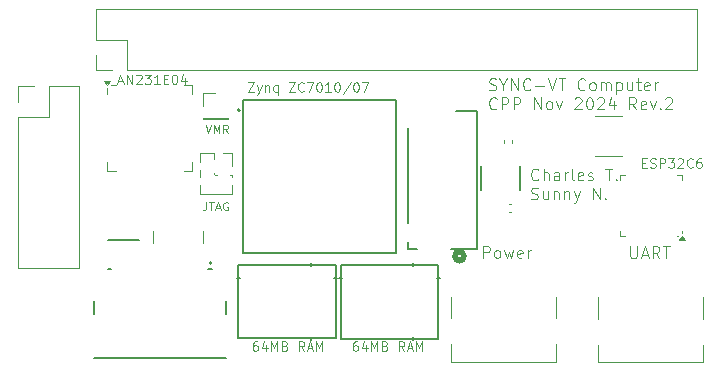
<source format=gbr>
%TF.GenerationSoftware,KiCad,Pcbnew,8.0.6*%
%TF.CreationDate,2024-11-20T09:34:48-08:00*%
%TF.ProjectId,SYNC-VT,53594e43-2d56-4542-9e6b-696361645f70,rev?*%
%TF.SameCoordinates,Original*%
%TF.FileFunction,Legend,Top*%
%TF.FilePolarity,Positive*%
%FSLAX46Y46*%
G04 Gerber Fmt 4.6, Leading zero omitted, Abs format (unit mm)*
G04 Created by KiCad (PCBNEW 8.0.6) date 2024-11-20 09:34:48*
%MOMM*%
%LPD*%
G01*
G04 APERTURE LIST*
%ADD10C,0.100000*%
%ADD11C,0.127000*%
%ADD12C,0.200000*%
%ADD13C,0.120000*%
%ADD14C,0.152400*%
%ADD15C,0.508000*%
G04 APERTURE END LIST*
D10*
X100192455Y-45099133D02*
X100425789Y-45799133D01*
X100425789Y-45799133D02*
X100659122Y-45099133D01*
X100892455Y-45799133D02*
X100892455Y-45099133D01*
X100892455Y-45099133D02*
X101125789Y-45599133D01*
X101125789Y-45599133D02*
X101359122Y-45099133D01*
X101359122Y-45099133D02*
X101359122Y-45799133D01*
X102092455Y-45799133D02*
X101859122Y-45465800D01*
X101692455Y-45799133D02*
X101692455Y-45099133D01*
X101692455Y-45099133D02*
X101959122Y-45099133D01*
X101959122Y-45099133D02*
X102025789Y-45132466D01*
X102025789Y-45132466D02*
X102059122Y-45165800D01*
X102059122Y-45165800D02*
X102092455Y-45232466D01*
X102092455Y-45232466D02*
X102092455Y-45332466D01*
X102092455Y-45332466D02*
X102059122Y-45399133D01*
X102059122Y-45399133D02*
X102025789Y-45432466D01*
X102025789Y-45432466D02*
X101959122Y-45465800D01*
X101959122Y-45465800D02*
X101692455Y-45465800D01*
X100222455Y-51649133D02*
X100222455Y-52149133D01*
X100222455Y-52149133D02*
X100189122Y-52249133D01*
X100189122Y-52249133D02*
X100122455Y-52315800D01*
X100122455Y-52315800D02*
X100022455Y-52349133D01*
X100022455Y-52349133D02*
X99955789Y-52349133D01*
X100455788Y-51649133D02*
X100855788Y-51649133D01*
X100655788Y-52349133D02*
X100655788Y-51649133D01*
X101055788Y-52149133D02*
X101389121Y-52149133D01*
X100989121Y-52349133D02*
X101222455Y-51649133D01*
X101222455Y-51649133D02*
X101455788Y-52349133D01*
X102055788Y-51682466D02*
X101989121Y-51649133D01*
X101989121Y-51649133D02*
X101889121Y-51649133D01*
X101889121Y-51649133D02*
X101789121Y-51682466D01*
X101789121Y-51682466D02*
X101722455Y-51749133D01*
X101722455Y-51749133D02*
X101689121Y-51815800D01*
X101689121Y-51815800D02*
X101655788Y-51949133D01*
X101655788Y-51949133D02*
X101655788Y-52049133D01*
X101655788Y-52049133D02*
X101689121Y-52182466D01*
X101689121Y-52182466D02*
X101722455Y-52249133D01*
X101722455Y-52249133D02*
X101789121Y-52315800D01*
X101789121Y-52315800D02*
X101889121Y-52349133D01*
X101889121Y-52349133D02*
X101955788Y-52349133D01*
X101955788Y-52349133D02*
X102055788Y-52315800D01*
X102055788Y-52315800D02*
X102089121Y-52282466D01*
X102089121Y-52282466D02*
X102089121Y-52049133D01*
X102089121Y-52049133D02*
X101955788Y-52049133D01*
X136133884Y-55392419D02*
X136133884Y-56201942D01*
X136133884Y-56201942D02*
X136181503Y-56297180D01*
X136181503Y-56297180D02*
X136229122Y-56344800D01*
X136229122Y-56344800D02*
X136324360Y-56392419D01*
X136324360Y-56392419D02*
X136514836Y-56392419D01*
X136514836Y-56392419D02*
X136610074Y-56344800D01*
X136610074Y-56344800D02*
X136657693Y-56297180D01*
X136657693Y-56297180D02*
X136705312Y-56201942D01*
X136705312Y-56201942D02*
X136705312Y-55392419D01*
X137133884Y-56106704D02*
X137610074Y-56106704D01*
X137038646Y-56392419D02*
X137371979Y-55392419D01*
X137371979Y-55392419D02*
X137705312Y-56392419D01*
X138610074Y-56392419D02*
X138276741Y-55916228D01*
X138038646Y-56392419D02*
X138038646Y-55392419D01*
X138038646Y-55392419D02*
X138419598Y-55392419D01*
X138419598Y-55392419D02*
X138514836Y-55440038D01*
X138514836Y-55440038D02*
X138562455Y-55487657D01*
X138562455Y-55487657D02*
X138610074Y-55582895D01*
X138610074Y-55582895D02*
X138610074Y-55725752D01*
X138610074Y-55725752D02*
X138562455Y-55820990D01*
X138562455Y-55820990D02*
X138514836Y-55868609D01*
X138514836Y-55868609D02*
X138419598Y-55916228D01*
X138419598Y-55916228D02*
X138038646Y-55916228D01*
X138895789Y-55392419D02*
X139467217Y-55392419D01*
X139181503Y-56392419D02*
X139181503Y-55392419D01*
X123673884Y-56372419D02*
X123673884Y-55372419D01*
X123673884Y-55372419D02*
X124054836Y-55372419D01*
X124054836Y-55372419D02*
X124150074Y-55420038D01*
X124150074Y-55420038D02*
X124197693Y-55467657D01*
X124197693Y-55467657D02*
X124245312Y-55562895D01*
X124245312Y-55562895D02*
X124245312Y-55705752D01*
X124245312Y-55705752D02*
X124197693Y-55800990D01*
X124197693Y-55800990D02*
X124150074Y-55848609D01*
X124150074Y-55848609D02*
X124054836Y-55896228D01*
X124054836Y-55896228D02*
X123673884Y-55896228D01*
X124816741Y-56372419D02*
X124721503Y-56324800D01*
X124721503Y-56324800D02*
X124673884Y-56277180D01*
X124673884Y-56277180D02*
X124626265Y-56181942D01*
X124626265Y-56181942D02*
X124626265Y-55896228D01*
X124626265Y-55896228D02*
X124673884Y-55800990D01*
X124673884Y-55800990D02*
X124721503Y-55753371D01*
X124721503Y-55753371D02*
X124816741Y-55705752D01*
X124816741Y-55705752D02*
X124959598Y-55705752D01*
X124959598Y-55705752D02*
X125054836Y-55753371D01*
X125054836Y-55753371D02*
X125102455Y-55800990D01*
X125102455Y-55800990D02*
X125150074Y-55896228D01*
X125150074Y-55896228D02*
X125150074Y-56181942D01*
X125150074Y-56181942D02*
X125102455Y-56277180D01*
X125102455Y-56277180D02*
X125054836Y-56324800D01*
X125054836Y-56324800D02*
X124959598Y-56372419D01*
X124959598Y-56372419D02*
X124816741Y-56372419D01*
X125483408Y-55705752D02*
X125673884Y-56372419D01*
X125673884Y-56372419D02*
X125864360Y-55896228D01*
X125864360Y-55896228D02*
X126054836Y-56372419D01*
X126054836Y-56372419D02*
X126245312Y-55705752D01*
X127007217Y-56324800D02*
X126911979Y-56372419D01*
X126911979Y-56372419D02*
X126721503Y-56372419D01*
X126721503Y-56372419D02*
X126626265Y-56324800D01*
X126626265Y-56324800D02*
X126578646Y-56229561D01*
X126578646Y-56229561D02*
X126578646Y-55848609D01*
X126578646Y-55848609D02*
X126626265Y-55753371D01*
X126626265Y-55753371D02*
X126721503Y-55705752D01*
X126721503Y-55705752D02*
X126911979Y-55705752D01*
X126911979Y-55705752D02*
X127007217Y-55753371D01*
X127007217Y-55753371D02*
X127054836Y-55848609D01*
X127054836Y-55848609D02*
X127054836Y-55943847D01*
X127054836Y-55943847D02*
X126578646Y-56039085D01*
X127483408Y-56372419D02*
X127483408Y-55705752D01*
X127483408Y-55896228D02*
X127531027Y-55800990D01*
X127531027Y-55800990D02*
X127578646Y-55753371D01*
X127578646Y-55753371D02*
X127673884Y-55705752D01*
X127673884Y-55705752D02*
X127769122Y-55705752D01*
X128365312Y-49707236D02*
X128317693Y-49754856D01*
X128317693Y-49754856D02*
X128174836Y-49802475D01*
X128174836Y-49802475D02*
X128079598Y-49802475D01*
X128079598Y-49802475D02*
X127936741Y-49754856D01*
X127936741Y-49754856D02*
X127841503Y-49659617D01*
X127841503Y-49659617D02*
X127793884Y-49564379D01*
X127793884Y-49564379D02*
X127746265Y-49373903D01*
X127746265Y-49373903D02*
X127746265Y-49231046D01*
X127746265Y-49231046D02*
X127793884Y-49040570D01*
X127793884Y-49040570D02*
X127841503Y-48945332D01*
X127841503Y-48945332D02*
X127936741Y-48850094D01*
X127936741Y-48850094D02*
X128079598Y-48802475D01*
X128079598Y-48802475D02*
X128174836Y-48802475D01*
X128174836Y-48802475D02*
X128317693Y-48850094D01*
X128317693Y-48850094D02*
X128365312Y-48897713D01*
X128793884Y-49802475D02*
X128793884Y-48802475D01*
X129222455Y-49802475D02*
X129222455Y-49278665D01*
X129222455Y-49278665D02*
X129174836Y-49183427D01*
X129174836Y-49183427D02*
X129079598Y-49135808D01*
X129079598Y-49135808D02*
X128936741Y-49135808D01*
X128936741Y-49135808D02*
X128841503Y-49183427D01*
X128841503Y-49183427D02*
X128793884Y-49231046D01*
X130127217Y-49802475D02*
X130127217Y-49278665D01*
X130127217Y-49278665D02*
X130079598Y-49183427D01*
X130079598Y-49183427D02*
X129984360Y-49135808D01*
X129984360Y-49135808D02*
X129793884Y-49135808D01*
X129793884Y-49135808D02*
X129698646Y-49183427D01*
X130127217Y-49754856D02*
X130031979Y-49802475D01*
X130031979Y-49802475D02*
X129793884Y-49802475D01*
X129793884Y-49802475D02*
X129698646Y-49754856D01*
X129698646Y-49754856D02*
X129651027Y-49659617D01*
X129651027Y-49659617D02*
X129651027Y-49564379D01*
X129651027Y-49564379D02*
X129698646Y-49469141D01*
X129698646Y-49469141D02*
X129793884Y-49421522D01*
X129793884Y-49421522D02*
X130031979Y-49421522D01*
X130031979Y-49421522D02*
X130127217Y-49373903D01*
X130603408Y-49802475D02*
X130603408Y-49135808D01*
X130603408Y-49326284D02*
X130651027Y-49231046D01*
X130651027Y-49231046D02*
X130698646Y-49183427D01*
X130698646Y-49183427D02*
X130793884Y-49135808D01*
X130793884Y-49135808D02*
X130889122Y-49135808D01*
X131365313Y-49802475D02*
X131270075Y-49754856D01*
X131270075Y-49754856D02*
X131222456Y-49659617D01*
X131222456Y-49659617D02*
X131222456Y-48802475D01*
X132127218Y-49754856D02*
X132031980Y-49802475D01*
X132031980Y-49802475D02*
X131841504Y-49802475D01*
X131841504Y-49802475D02*
X131746266Y-49754856D01*
X131746266Y-49754856D02*
X131698647Y-49659617D01*
X131698647Y-49659617D02*
X131698647Y-49278665D01*
X131698647Y-49278665D02*
X131746266Y-49183427D01*
X131746266Y-49183427D02*
X131841504Y-49135808D01*
X131841504Y-49135808D02*
X132031980Y-49135808D01*
X132031980Y-49135808D02*
X132127218Y-49183427D01*
X132127218Y-49183427D02*
X132174837Y-49278665D01*
X132174837Y-49278665D02*
X132174837Y-49373903D01*
X132174837Y-49373903D02*
X131698647Y-49469141D01*
X132555790Y-49754856D02*
X132651028Y-49802475D01*
X132651028Y-49802475D02*
X132841504Y-49802475D01*
X132841504Y-49802475D02*
X132936742Y-49754856D01*
X132936742Y-49754856D02*
X132984361Y-49659617D01*
X132984361Y-49659617D02*
X132984361Y-49611998D01*
X132984361Y-49611998D02*
X132936742Y-49516760D01*
X132936742Y-49516760D02*
X132841504Y-49469141D01*
X132841504Y-49469141D02*
X132698647Y-49469141D01*
X132698647Y-49469141D02*
X132603409Y-49421522D01*
X132603409Y-49421522D02*
X132555790Y-49326284D01*
X132555790Y-49326284D02*
X132555790Y-49278665D01*
X132555790Y-49278665D02*
X132603409Y-49183427D01*
X132603409Y-49183427D02*
X132698647Y-49135808D01*
X132698647Y-49135808D02*
X132841504Y-49135808D01*
X132841504Y-49135808D02*
X132936742Y-49183427D01*
X134031981Y-48802475D02*
X134603409Y-48802475D01*
X134317695Y-49802475D02*
X134317695Y-48802475D01*
X134936743Y-49707236D02*
X134984362Y-49754856D01*
X134984362Y-49754856D02*
X134936743Y-49802475D01*
X134936743Y-49802475D02*
X134889124Y-49754856D01*
X134889124Y-49754856D02*
X134936743Y-49707236D01*
X134936743Y-49707236D02*
X134936743Y-49802475D01*
X127746265Y-51364800D02*
X127889122Y-51412419D01*
X127889122Y-51412419D02*
X128127217Y-51412419D01*
X128127217Y-51412419D02*
X128222455Y-51364800D01*
X128222455Y-51364800D02*
X128270074Y-51317180D01*
X128270074Y-51317180D02*
X128317693Y-51221942D01*
X128317693Y-51221942D02*
X128317693Y-51126704D01*
X128317693Y-51126704D02*
X128270074Y-51031466D01*
X128270074Y-51031466D02*
X128222455Y-50983847D01*
X128222455Y-50983847D02*
X128127217Y-50936228D01*
X128127217Y-50936228D02*
X127936741Y-50888609D01*
X127936741Y-50888609D02*
X127841503Y-50840990D01*
X127841503Y-50840990D02*
X127793884Y-50793371D01*
X127793884Y-50793371D02*
X127746265Y-50698133D01*
X127746265Y-50698133D02*
X127746265Y-50602895D01*
X127746265Y-50602895D02*
X127793884Y-50507657D01*
X127793884Y-50507657D02*
X127841503Y-50460038D01*
X127841503Y-50460038D02*
X127936741Y-50412419D01*
X127936741Y-50412419D02*
X128174836Y-50412419D01*
X128174836Y-50412419D02*
X128317693Y-50460038D01*
X129174836Y-50745752D02*
X129174836Y-51412419D01*
X128746265Y-50745752D02*
X128746265Y-51269561D01*
X128746265Y-51269561D02*
X128793884Y-51364800D01*
X128793884Y-51364800D02*
X128889122Y-51412419D01*
X128889122Y-51412419D02*
X129031979Y-51412419D01*
X129031979Y-51412419D02*
X129127217Y-51364800D01*
X129127217Y-51364800D02*
X129174836Y-51317180D01*
X129651027Y-50745752D02*
X129651027Y-51412419D01*
X129651027Y-50840990D02*
X129698646Y-50793371D01*
X129698646Y-50793371D02*
X129793884Y-50745752D01*
X129793884Y-50745752D02*
X129936741Y-50745752D01*
X129936741Y-50745752D02*
X130031979Y-50793371D01*
X130031979Y-50793371D02*
X130079598Y-50888609D01*
X130079598Y-50888609D02*
X130079598Y-51412419D01*
X130555789Y-50745752D02*
X130555789Y-51412419D01*
X130555789Y-50840990D02*
X130603408Y-50793371D01*
X130603408Y-50793371D02*
X130698646Y-50745752D01*
X130698646Y-50745752D02*
X130841503Y-50745752D01*
X130841503Y-50745752D02*
X130936741Y-50793371D01*
X130936741Y-50793371D02*
X130984360Y-50888609D01*
X130984360Y-50888609D02*
X130984360Y-51412419D01*
X131365313Y-50745752D02*
X131603408Y-51412419D01*
X131841503Y-50745752D02*
X131603408Y-51412419D01*
X131603408Y-51412419D02*
X131508170Y-51650514D01*
X131508170Y-51650514D02*
X131460551Y-51698133D01*
X131460551Y-51698133D02*
X131365313Y-51745752D01*
X132984361Y-51412419D02*
X132984361Y-50412419D01*
X132984361Y-50412419D02*
X133555789Y-51412419D01*
X133555789Y-51412419D02*
X133555789Y-50412419D01*
X134031980Y-51317180D02*
X134079599Y-51364800D01*
X134079599Y-51364800D02*
X134031980Y-51412419D01*
X134031980Y-51412419D02*
X133984361Y-51364800D01*
X133984361Y-51364800D02*
X134031980Y-51317180D01*
X134031980Y-51317180D02*
X134031980Y-51412419D01*
X124206265Y-42124856D02*
X124349122Y-42172475D01*
X124349122Y-42172475D02*
X124587217Y-42172475D01*
X124587217Y-42172475D02*
X124682455Y-42124856D01*
X124682455Y-42124856D02*
X124730074Y-42077236D01*
X124730074Y-42077236D02*
X124777693Y-41981998D01*
X124777693Y-41981998D02*
X124777693Y-41886760D01*
X124777693Y-41886760D02*
X124730074Y-41791522D01*
X124730074Y-41791522D02*
X124682455Y-41743903D01*
X124682455Y-41743903D02*
X124587217Y-41696284D01*
X124587217Y-41696284D02*
X124396741Y-41648665D01*
X124396741Y-41648665D02*
X124301503Y-41601046D01*
X124301503Y-41601046D02*
X124253884Y-41553427D01*
X124253884Y-41553427D02*
X124206265Y-41458189D01*
X124206265Y-41458189D02*
X124206265Y-41362951D01*
X124206265Y-41362951D02*
X124253884Y-41267713D01*
X124253884Y-41267713D02*
X124301503Y-41220094D01*
X124301503Y-41220094D02*
X124396741Y-41172475D01*
X124396741Y-41172475D02*
X124634836Y-41172475D01*
X124634836Y-41172475D02*
X124777693Y-41220094D01*
X125396741Y-41696284D02*
X125396741Y-42172475D01*
X125063408Y-41172475D02*
X125396741Y-41696284D01*
X125396741Y-41696284D02*
X125730074Y-41172475D01*
X126063408Y-42172475D02*
X126063408Y-41172475D01*
X126063408Y-41172475D02*
X126634836Y-42172475D01*
X126634836Y-42172475D02*
X126634836Y-41172475D01*
X127682455Y-42077236D02*
X127634836Y-42124856D01*
X127634836Y-42124856D02*
X127491979Y-42172475D01*
X127491979Y-42172475D02*
X127396741Y-42172475D01*
X127396741Y-42172475D02*
X127253884Y-42124856D01*
X127253884Y-42124856D02*
X127158646Y-42029617D01*
X127158646Y-42029617D02*
X127111027Y-41934379D01*
X127111027Y-41934379D02*
X127063408Y-41743903D01*
X127063408Y-41743903D02*
X127063408Y-41601046D01*
X127063408Y-41601046D02*
X127111027Y-41410570D01*
X127111027Y-41410570D02*
X127158646Y-41315332D01*
X127158646Y-41315332D02*
X127253884Y-41220094D01*
X127253884Y-41220094D02*
X127396741Y-41172475D01*
X127396741Y-41172475D02*
X127491979Y-41172475D01*
X127491979Y-41172475D02*
X127634836Y-41220094D01*
X127634836Y-41220094D02*
X127682455Y-41267713D01*
X128111027Y-41791522D02*
X128872932Y-41791522D01*
X129206265Y-41172475D02*
X129539598Y-42172475D01*
X129539598Y-42172475D02*
X129872931Y-41172475D01*
X130063408Y-41172475D02*
X130634836Y-41172475D01*
X130349122Y-42172475D02*
X130349122Y-41172475D01*
X132301503Y-42077236D02*
X132253884Y-42124856D01*
X132253884Y-42124856D02*
X132111027Y-42172475D01*
X132111027Y-42172475D02*
X132015789Y-42172475D01*
X132015789Y-42172475D02*
X131872932Y-42124856D01*
X131872932Y-42124856D02*
X131777694Y-42029617D01*
X131777694Y-42029617D02*
X131730075Y-41934379D01*
X131730075Y-41934379D02*
X131682456Y-41743903D01*
X131682456Y-41743903D02*
X131682456Y-41601046D01*
X131682456Y-41601046D02*
X131730075Y-41410570D01*
X131730075Y-41410570D02*
X131777694Y-41315332D01*
X131777694Y-41315332D02*
X131872932Y-41220094D01*
X131872932Y-41220094D02*
X132015789Y-41172475D01*
X132015789Y-41172475D02*
X132111027Y-41172475D01*
X132111027Y-41172475D02*
X132253884Y-41220094D01*
X132253884Y-41220094D02*
X132301503Y-41267713D01*
X132872932Y-42172475D02*
X132777694Y-42124856D01*
X132777694Y-42124856D02*
X132730075Y-42077236D01*
X132730075Y-42077236D02*
X132682456Y-41981998D01*
X132682456Y-41981998D02*
X132682456Y-41696284D01*
X132682456Y-41696284D02*
X132730075Y-41601046D01*
X132730075Y-41601046D02*
X132777694Y-41553427D01*
X132777694Y-41553427D02*
X132872932Y-41505808D01*
X132872932Y-41505808D02*
X133015789Y-41505808D01*
X133015789Y-41505808D02*
X133111027Y-41553427D01*
X133111027Y-41553427D02*
X133158646Y-41601046D01*
X133158646Y-41601046D02*
X133206265Y-41696284D01*
X133206265Y-41696284D02*
X133206265Y-41981998D01*
X133206265Y-41981998D02*
X133158646Y-42077236D01*
X133158646Y-42077236D02*
X133111027Y-42124856D01*
X133111027Y-42124856D02*
X133015789Y-42172475D01*
X133015789Y-42172475D02*
X132872932Y-42172475D01*
X133634837Y-42172475D02*
X133634837Y-41505808D01*
X133634837Y-41601046D02*
X133682456Y-41553427D01*
X133682456Y-41553427D02*
X133777694Y-41505808D01*
X133777694Y-41505808D02*
X133920551Y-41505808D01*
X133920551Y-41505808D02*
X134015789Y-41553427D01*
X134015789Y-41553427D02*
X134063408Y-41648665D01*
X134063408Y-41648665D02*
X134063408Y-42172475D01*
X134063408Y-41648665D02*
X134111027Y-41553427D01*
X134111027Y-41553427D02*
X134206265Y-41505808D01*
X134206265Y-41505808D02*
X134349122Y-41505808D01*
X134349122Y-41505808D02*
X134444361Y-41553427D01*
X134444361Y-41553427D02*
X134491980Y-41648665D01*
X134491980Y-41648665D02*
X134491980Y-42172475D01*
X134968170Y-41505808D02*
X134968170Y-42505808D01*
X134968170Y-41553427D02*
X135063408Y-41505808D01*
X135063408Y-41505808D02*
X135253884Y-41505808D01*
X135253884Y-41505808D02*
X135349122Y-41553427D01*
X135349122Y-41553427D02*
X135396741Y-41601046D01*
X135396741Y-41601046D02*
X135444360Y-41696284D01*
X135444360Y-41696284D02*
X135444360Y-41981998D01*
X135444360Y-41981998D02*
X135396741Y-42077236D01*
X135396741Y-42077236D02*
X135349122Y-42124856D01*
X135349122Y-42124856D02*
X135253884Y-42172475D01*
X135253884Y-42172475D02*
X135063408Y-42172475D01*
X135063408Y-42172475D02*
X134968170Y-42124856D01*
X136301503Y-41505808D02*
X136301503Y-42172475D01*
X135872932Y-41505808D02*
X135872932Y-42029617D01*
X135872932Y-42029617D02*
X135920551Y-42124856D01*
X135920551Y-42124856D02*
X136015789Y-42172475D01*
X136015789Y-42172475D02*
X136158646Y-42172475D01*
X136158646Y-42172475D02*
X136253884Y-42124856D01*
X136253884Y-42124856D02*
X136301503Y-42077236D01*
X136634837Y-41505808D02*
X137015789Y-41505808D01*
X136777694Y-41172475D02*
X136777694Y-42029617D01*
X136777694Y-42029617D02*
X136825313Y-42124856D01*
X136825313Y-42124856D02*
X136920551Y-42172475D01*
X136920551Y-42172475D02*
X137015789Y-42172475D01*
X137730075Y-42124856D02*
X137634837Y-42172475D01*
X137634837Y-42172475D02*
X137444361Y-42172475D01*
X137444361Y-42172475D02*
X137349123Y-42124856D01*
X137349123Y-42124856D02*
X137301504Y-42029617D01*
X137301504Y-42029617D02*
X137301504Y-41648665D01*
X137301504Y-41648665D02*
X137349123Y-41553427D01*
X137349123Y-41553427D02*
X137444361Y-41505808D01*
X137444361Y-41505808D02*
X137634837Y-41505808D01*
X137634837Y-41505808D02*
X137730075Y-41553427D01*
X137730075Y-41553427D02*
X137777694Y-41648665D01*
X137777694Y-41648665D02*
X137777694Y-41743903D01*
X137777694Y-41743903D02*
X137301504Y-41839141D01*
X138206266Y-42172475D02*
X138206266Y-41505808D01*
X138206266Y-41696284D02*
X138253885Y-41601046D01*
X138253885Y-41601046D02*
X138301504Y-41553427D01*
X138301504Y-41553427D02*
X138396742Y-41505808D01*
X138396742Y-41505808D02*
X138491980Y-41505808D01*
X124825312Y-43687180D02*
X124777693Y-43734800D01*
X124777693Y-43734800D02*
X124634836Y-43782419D01*
X124634836Y-43782419D02*
X124539598Y-43782419D01*
X124539598Y-43782419D02*
X124396741Y-43734800D01*
X124396741Y-43734800D02*
X124301503Y-43639561D01*
X124301503Y-43639561D02*
X124253884Y-43544323D01*
X124253884Y-43544323D02*
X124206265Y-43353847D01*
X124206265Y-43353847D02*
X124206265Y-43210990D01*
X124206265Y-43210990D02*
X124253884Y-43020514D01*
X124253884Y-43020514D02*
X124301503Y-42925276D01*
X124301503Y-42925276D02*
X124396741Y-42830038D01*
X124396741Y-42830038D02*
X124539598Y-42782419D01*
X124539598Y-42782419D02*
X124634836Y-42782419D01*
X124634836Y-42782419D02*
X124777693Y-42830038D01*
X124777693Y-42830038D02*
X124825312Y-42877657D01*
X125253884Y-43782419D02*
X125253884Y-42782419D01*
X125253884Y-42782419D02*
X125634836Y-42782419D01*
X125634836Y-42782419D02*
X125730074Y-42830038D01*
X125730074Y-42830038D02*
X125777693Y-42877657D01*
X125777693Y-42877657D02*
X125825312Y-42972895D01*
X125825312Y-42972895D02*
X125825312Y-43115752D01*
X125825312Y-43115752D02*
X125777693Y-43210990D01*
X125777693Y-43210990D02*
X125730074Y-43258609D01*
X125730074Y-43258609D02*
X125634836Y-43306228D01*
X125634836Y-43306228D02*
X125253884Y-43306228D01*
X126253884Y-43782419D02*
X126253884Y-42782419D01*
X126253884Y-42782419D02*
X126634836Y-42782419D01*
X126634836Y-42782419D02*
X126730074Y-42830038D01*
X126730074Y-42830038D02*
X126777693Y-42877657D01*
X126777693Y-42877657D02*
X126825312Y-42972895D01*
X126825312Y-42972895D02*
X126825312Y-43115752D01*
X126825312Y-43115752D02*
X126777693Y-43210990D01*
X126777693Y-43210990D02*
X126730074Y-43258609D01*
X126730074Y-43258609D02*
X126634836Y-43306228D01*
X126634836Y-43306228D02*
X126253884Y-43306228D01*
X128015789Y-43782419D02*
X128015789Y-42782419D01*
X128015789Y-42782419D02*
X128587217Y-43782419D01*
X128587217Y-43782419D02*
X128587217Y-42782419D01*
X129206265Y-43782419D02*
X129111027Y-43734800D01*
X129111027Y-43734800D02*
X129063408Y-43687180D01*
X129063408Y-43687180D02*
X129015789Y-43591942D01*
X129015789Y-43591942D02*
X129015789Y-43306228D01*
X129015789Y-43306228D02*
X129063408Y-43210990D01*
X129063408Y-43210990D02*
X129111027Y-43163371D01*
X129111027Y-43163371D02*
X129206265Y-43115752D01*
X129206265Y-43115752D02*
X129349122Y-43115752D01*
X129349122Y-43115752D02*
X129444360Y-43163371D01*
X129444360Y-43163371D02*
X129491979Y-43210990D01*
X129491979Y-43210990D02*
X129539598Y-43306228D01*
X129539598Y-43306228D02*
X129539598Y-43591942D01*
X129539598Y-43591942D02*
X129491979Y-43687180D01*
X129491979Y-43687180D02*
X129444360Y-43734800D01*
X129444360Y-43734800D02*
X129349122Y-43782419D01*
X129349122Y-43782419D02*
X129206265Y-43782419D01*
X129872932Y-43115752D02*
X130111027Y-43782419D01*
X130111027Y-43782419D02*
X130349122Y-43115752D01*
X131444361Y-42877657D02*
X131491980Y-42830038D01*
X131491980Y-42830038D02*
X131587218Y-42782419D01*
X131587218Y-42782419D02*
X131825313Y-42782419D01*
X131825313Y-42782419D02*
X131920551Y-42830038D01*
X131920551Y-42830038D02*
X131968170Y-42877657D01*
X131968170Y-42877657D02*
X132015789Y-42972895D01*
X132015789Y-42972895D02*
X132015789Y-43068133D01*
X132015789Y-43068133D02*
X131968170Y-43210990D01*
X131968170Y-43210990D02*
X131396742Y-43782419D01*
X131396742Y-43782419D02*
X132015789Y-43782419D01*
X132634837Y-42782419D02*
X132730075Y-42782419D01*
X132730075Y-42782419D02*
X132825313Y-42830038D01*
X132825313Y-42830038D02*
X132872932Y-42877657D01*
X132872932Y-42877657D02*
X132920551Y-42972895D01*
X132920551Y-42972895D02*
X132968170Y-43163371D01*
X132968170Y-43163371D02*
X132968170Y-43401466D01*
X132968170Y-43401466D02*
X132920551Y-43591942D01*
X132920551Y-43591942D02*
X132872932Y-43687180D01*
X132872932Y-43687180D02*
X132825313Y-43734800D01*
X132825313Y-43734800D02*
X132730075Y-43782419D01*
X132730075Y-43782419D02*
X132634837Y-43782419D01*
X132634837Y-43782419D02*
X132539599Y-43734800D01*
X132539599Y-43734800D02*
X132491980Y-43687180D01*
X132491980Y-43687180D02*
X132444361Y-43591942D01*
X132444361Y-43591942D02*
X132396742Y-43401466D01*
X132396742Y-43401466D02*
X132396742Y-43163371D01*
X132396742Y-43163371D02*
X132444361Y-42972895D01*
X132444361Y-42972895D02*
X132491980Y-42877657D01*
X132491980Y-42877657D02*
X132539599Y-42830038D01*
X132539599Y-42830038D02*
X132634837Y-42782419D01*
X133349123Y-42877657D02*
X133396742Y-42830038D01*
X133396742Y-42830038D02*
X133491980Y-42782419D01*
X133491980Y-42782419D02*
X133730075Y-42782419D01*
X133730075Y-42782419D02*
X133825313Y-42830038D01*
X133825313Y-42830038D02*
X133872932Y-42877657D01*
X133872932Y-42877657D02*
X133920551Y-42972895D01*
X133920551Y-42972895D02*
X133920551Y-43068133D01*
X133920551Y-43068133D02*
X133872932Y-43210990D01*
X133872932Y-43210990D02*
X133301504Y-43782419D01*
X133301504Y-43782419D02*
X133920551Y-43782419D01*
X134777694Y-43115752D02*
X134777694Y-43782419D01*
X134539599Y-42734800D02*
X134301504Y-43449085D01*
X134301504Y-43449085D02*
X134920551Y-43449085D01*
X136634837Y-43782419D02*
X136301504Y-43306228D01*
X136063409Y-43782419D02*
X136063409Y-42782419D01*
X136063409Y-42782419D02*
X136444361Y-42782419D01*
X136444361Y-42782419D02*
X136539599Y-42830038D01*
X136539599Y-42830038D02*
X136587218Y-42877657D01*
X136587218Y-42877657D02*
X136634837Y-42972895D01*
X136634837Y-42972895D02*
X136634837Y-43115752D01*
X136634837Y-43115752D02*
X136587218Y-43210990D01*
X136587218Y-43210990D02*
X136539599Y-43258609D01*
X136539599Y-43258609D02*
X136444361Y-43306228D01*
X136444361Y-43306228D02*
X136063409Y-43306228D01*
X137444361Y-43734800D02*
X137349123Y-43782419D01*
X137349123Y-43782419D02*
X137158647Y-43782419D01*
X137158647Y-43782419D02*
X137063409Y-43734800D01*
X137063409Y-43734800D02*
X137015790Y-43639561D01*
X137015790Y-43639561D02*
X137015790Y-43258609D01*
X137015790Y-43258609D02*
X137063409Y-43163371D01*
X137063409Y-43163371D02*
X137158647Y-43115752D01*
X137158647Y-43115752D02*
X137349123Y-43115752D01*
X137349123Y-43115752D02*
X137444361Y-43163371D01*
X137444361Y-43163371D02*
X137491980Y-43258609D01*
X137491980Y-43258609D02*
X137491980Y-43353847D01*
X137491980Y-43353847D02*
X137015790Y-43449085D01*
X137825314Y-43115752D02*
X138063409Y-43782419D01*
X138063409Y-43782419D02*
X138301504Y-43115752D01*
X138682457Y-43687180D02*
X138730076Y-43734800D01*
X138730076Y-43734800D02*
X138682457Y-43782419D01*
X138682457Y-43782419D02*
X138634838Y-43734800D01*
X138634838Y-43734800D02*
X138682457Y-43687180D01*
X138682457Y-43687180D02*
X138682457Y-43782419D01*
X139111028Y-42877657D02*
X139158647Y-42830038D01*
X139158647Y-42830038D02*
X139253885Y-42782419D01*
X139253885Y-42782419D02*
X139491980Y-42782419D01*
X139491980Y-42782419D02*
X139587218Y-42830038D01*
X139587218Y-42830038D02*
X139634837Y-42877657D01*
X139634837Y-42877657D02*
X139682456Y-42972895D01*
X139682456Y-42972895D02*
X139682456Y-43068133D01*
X139682456Y-43068133D02*
X139634837Y-43210990D01*
X139634837Y-43210990D02*
X139063409Y-43782419D01*
X139063409Y-43782419D02*
X139682456Y-43782419D01*
X113019122Y-63446895D02*
X112866741Y-63446895D01*
X112866741Y-63446895D02*
X112790550Y-63484990D01*
X112790550Y-63484990D02*
X112752455Y-63523085D01*
X112752455Y-63523085D02*
X112676265Y-63637371D01*
X112676265Y-63637371D02*
X112638169Y-63789752D01*
X112638169Y-63789752D02*
X112638169Y-64094514D01*
X112638169Y-64094514D02*
X112676265Y-64170704D01*
X112676265Y-64170704D02*
X112714360Y-64208800D01*
X112714360Y-64208800D02*
X112790550Y-64246895D01*
X112790550Y-64246895D02*
X112942931Y-64246895D01*
X112942931Y-64246895D02*
X113019122Y-64208800D01*
X113019122Y-64208800D02*
X113057217Y-64170704D01*
X113057217Y-64170704D02*
X113095312Y-64094514D01*
X113095312Y-64094514D02*
X113095312Y-63904038D01*
X113095312Y-63904038D02*
X113057217Y-63827847D01*
X113057217Y-63827847D02*
X113019122Y-63789752D01*
X113019122Y-63789752D02*
X112942931Y-63751657D01*
X112942931Y-63751657D02*
X112790550Y-63751657D01*
X112790550Y-63751657D02*
X112714360Y-63789752D01*
X112714360Y-63789752D02*
X112676265Y-63827847D01*
X112676265Y-63827847D02*
X112638169Y-63904038D01*
X113781027Y-63713561D02*
X113781027Y-64246895D01*
X113590551Y-63408800D02*
X113400074Y-63980228D01*
X113400074Y-63980228D02*
X113895313Y-63980228D01*
X114200075Y-64246895D02*
X114200075Y-63446895D01*
X114200075Y-63446895D02*
X114466741Y-64018323D01*
X114466741Y-64018323D02*
X114733408Y-63446895D01*
X114733408Y-63446895D02*
X114733408Y-64246895D01*
X115381027Y-63827847D02*
X115495313Y-63865942D01*
X115495313Y-63865942D02*
X115533408Y-63904038D01*
X115533408Y-63904038D02*
X115571504Y-63980228D01*
X115571504Y-63980228D02*
X115571504Y-64094514D01*
X115571504Y-64094514D02*
X115533408Y-64170704D01*
X115533408Y-64170704D02*
X115495313Y-64208800D01*
X115495313Y-64208800D02*
X115419123Y-64246895D01*
X115419123Y-64246895D02*
X115114361Y-64246895D01*
X115114361Y-64246895D02*
X115114361Y-63446895D01*
X115114361Y-63446895D02*
X115381027Y-63446895D01*
X115381027Y-63446895D02*
X115457218Y-63484990D01*
X115457218Y-63484990D02*
X115495313Y-63523085D01*
X115495313Y-63523085D02*
X115533408Y-63599276D01*
X115533408Y-63599276D02*
X115533408Y-63675466D01*
X115533408Y-63675466D02*
X115495313Y-63751657D01*
X115495313Y-63751657D02*
X115457218Y-63789752D01*
X115457218Y-63789752D02*
X115381027Y-63827847D01*
X115381027Y-63827847D02*
X115114361Y-63827847D01*
X116981028Y-64246895D02*
X116714361Y-63865942D01*
X116523885Y-64246895D02*
X116523885Y-63446895D01*
X116523885Y-63446895D02*
X116828647Y-63446895D01*
X116828647Y-63446895D02*
X116904837Y-63484990D01*
X116904837Y-63484990D02*
X116942932Y-63523085D01*
X116942932Y-63523085D02*
X116981028Y-63599276D01*
X116981028Y-63599276D02*
X116981028Y-63713561D01*
X116981028Y-63713561D02*
X116942932Y-63789752D01*
X116942932Y-63789752D02*
X116904837Y-63827847D01*
X116904837Y-63827847D02*
X116828647Y-63865942D01*
X116828647Y-63865942D02*
X116523885Y-63865942D01*
X117285789Y-64018323D02*
X117666742Y-64018323D01*
X117209599Y-64246895D02*
X117476266Y-63446895D01*
X117476266Y-63446895D02*
X117742932Y-64246895D01*
X118009599Y-64246895D02*
X118009599Y-63446895D01*
X118009599Y-63446895D02*
X118276265Y-64018323D01*
X118276265Y-64018323D02*
X118542932Y-63446895D01*
X118542932Y-63446895D02*
X118542932Y-64246895D01*
X104549122Y-63446895D02*
X104396741Y-63446895D01*
X104396741Y-63446895D02*
X104320550Y-63484990D01*
X104320550Y-63484990D02*
X104282455Y-63523085D01*
X104282455Y-63523085D02*
X104206265Y-63637371D01*
X104206265Y-63637371D02*
X104168169Y-63789752D01*
X104168169Y-63789752D02*
X104168169Y-64094514D01*
X104168169Y-64094514D02*
X104206265Y-64170704D01*
X104206265Y-64170704D02*
X104244360Y-64208800D01*
X104244360Y-64208800D02*
X104320550Y-64246895D01*
X104320550Y-64246895D02*
X104472931Y-64246895D01*
X104472931Y-64246895D02*
X104549122Y-64208800D01*
X104549122Y-64208800D02*
X104587217Y-64170704D01*
X104587217Y-64170704D02*
X104625312Y-64094514D01*
X104625312Y-64094514D02*
X104625312Y-63904038D01*
X104625312Y-63904038D02*
X104587217Y-63827847D01*
X104587217Y-63827847D02*
X104549122Y-63789752D01*
X104549122Y-63789752D02*
X104472931Y-63751657D01*
X104472931Y-63751657D02*
X104320550Y-63751657D01*
X104320550Y-63751657D02*
X104244360Y-63789752D01*
X104244360Y-63789752D02*
X104206265Y-63827847D01*
X104206265Y-63827847D02*
X104168169Y-63904038D01*
X105311027Y-63713561D02*
X105311027Y-64246895D01*
X105120551Y-63408800D02*
X104930074Y-63980228D01*
X104930074Y-63980228D02*
X105425313Y-63980228D01*
X105730075Y-64246895D02*
X105730075Y-63446895D01*
X105730075Y-63446895D02*
X105996741Y-64018323D01*
X105996741Y-64018323D02*
X106263408Y-63446895D01*
X106263408Y-63446895D02*
X106263408Y-64246895D01*
X106911027Y-63827847D02*
X107025313Y-63865942D01*
X107025313Y-63865942D02*
X107063408Y-63904038D01*
X107063408Y-63904038D02*
X107101504Y-63980228D01*
X107101504Y-63980228D02*
X107101504Y-64094514D01*
X107101504Y-64094514D02*
X107063408Y-64170704D01*
X107063408Y-64170704D02*
X107025313Y-64208800D01*
X107025313Y-64208800D02*
X106949123Y-64246895D01*
X106949123Y-64246895D02*
X106644361Y-64246895D01*
X106644361Y-64246895D02*
X106644361Y-63446895D01*
X106644361Y-63446895D02*
X106911027Y-63446895D01*
X106911027Y-63446895D02*
X106987218Y-63484990D01*
X106987218Y-63484990D02*
X107025313Y-63523085D01*
X107025313Y-63523085D02*
X107063408Y-63599276D01*
X107063408Y-63599276D02*
X107063408Y-63675466D01*
X107063408Y-63675466D02*
X107025313Y-63751657D01*
X107025313Y-63751657D02*
X106987218Y-63789752D01*
X106987218Y-63789752D02*
X106911027Y-63827847D01*
X106911027Y-63827847D02*
X106644361Y-63827847D01*
X108511028Y-64246895D02*
X108244361Y-63865942D01*
X108053885Y-64246895D02*
X108053885Y-63446895D01*
X108053885Y-63446895D02*
X108358647Y-63446895D01*
X108358647Y-63446895D02*
X108434837Y-63484990D01*
X108434837Y-63484990D02*
X108472932Y-63523085D01*
X108472932Y-63523085D02*
X108511028Y-63599276D01*
X108511028Y-63599276D02*
X108511028Y-63713561D01*
X108511028Y-63713561D02*
X108472932Y-63789752D01*
X108472932Y-63789752D02*
X108434837Y-63827847D01*
X108434837Y-63827847D02*
X108358647Y-63865942D01*
X108358647Y-63865942D02*
X108053885Y-63865942D01*
X108815789Y-64018323D02*
X109196742Y-64018323D01*
X108739599Y-64246895D02*
X109006266Y-63446895D01*
X109006266Y-63446895D02*
X109272932Y-64246895D01*
X109539599Y-64246895D02*
X109539599Y-63446895D01*
X109539599Y-63446895D02*
X109806265Y-64018323D01*
X109806265Y-64018323D02*
X110072932Y-63446895D01*
X110072932Y-63446895D02*
X110072932Y-64246895D01*
X137146265Y-48307847D02*
X137412931Y-48307847D01*
X137527217Y-48726895D02*
X137146265Y-48726895D01*
X137146265Y-48726895D02*
X137146265Y-47926895D01*
X137146265Y-47926895D02*
X137527217Y-47926895D01*
X137831979Y-48688800D02*
X137946265Y-48726895D01*
X137946265Y-48726895D02*
X138136741Y-48726895D01*
X138136741Y-48726895D02*
X138212932Y-48688800D01*
X138212932Y-48688800D02*
X138251027Y-48650704D01*
X138251027Y-48650704D02*
X138289122Y-48574514D01*
X138289122Y-48574514D02*
X138289122Y-48498323D01*
X138289122Y-48498323D02*
X138251027Y-48422133D01*
X138251027Y-48422133D02*
X138212932Y-48384038D01*
X138212932Y-48384038D02*
X138136741Y-48345942D01*
X138136741Y-48345942D02*
X137984360Y-48307847D01*
X137984360Y-48307847D02*
X137908170Y-48269752D01*
X137908170Y-48269752D02*
X137870075Y-48231657D01*
X137870075Y-48231657D02*
X137831979Y-48155466D01*
X137831979Y-48155466D02*
X137831979Y-48079276D01*
X137831979Y-48079276D02*
X137870075Y-48003085D01*
X137870075Y-48003085D02*
X137908170Y-47964990D01*
X137908170Y-47964990D02*
X137984360Y-47926895D01*
X137984360Y-47926895D02*
X138174837Y-47926895D01*
X138174837Y-47926895D02*
X138289122Y-47964990D01*
X138631980Y-48726895D02*
X138631980Y-47926895D01*
X138631980Y-47926895D02*
X138936742Y-47926895D01*
X138936742Y-47926895D02*
X139012932Y-47964990D01*
X139012932Y-47964990D02*
X139051027Y-48003085D01*
X139051027Y-48003085D02*
X139089123Y-48079276D01*
X139089123Y-48079276D02*
X139089123Y-48193561D01*
X139089123Y-48193561D02*
X139051027Y-48269752D01*
X139051027Y-48269752D02*
X139012932Y-48307847D01*
X139012932Y-48307847D02*
X138936742Y-48345942D01*
X138936742Y-48345942D02*
X138631980Y-48345942D01*
X139355789Y-47926895D02*
X139851027Y-47926895D01*
X139851027Y-47926895D02*
X139584361Y-48231657D01*
X139584361Y-48231657D02*
X139698646Y-48231657D01*
X139698646Y-48231657D02*
X139774837Y-48269752D01*
X139774837Y-48269752D02*
X139812932Y-48307847D01*
X139812932Y-48307847D02*
X139851027Y-48384038D01*
X139851027Y-48384038D02*
X139851027Y-48574514D01*
X139851027Y-48574514D02*
X139812932Y-48650704D01*
X139812932Y-48650704D02*
X139774837Y-48688800D01*
X139774837Y-48688800D02*
X139698646Y-48726895D01*
X139698646Y-48726895D02*
X139470075Y-48726895D01*
X139470075Y-48726895D02*
X139393884Y-48688800D01*
X139393884Y-48688800D02*
X139355789Y-48650704D01*
X140155789Y-48003085D02*
X140193885Y-47964990D01*
X140193885Y-47964990D02*
X140270075Y-47926895D01*
X140270075Y-47926895D02*
X140460551Y-47926895D01*
X140460551Y-47926895D02*
X140536742Y-47964990D01*
X140536742Y-47964990D02*
X140574837Y-48003085D01*
X140574837Y-48003085D02*
X140612932Y-48079276D01*
X140612932Y-48079276D02*
X140612932Y-48155466D01*
X140612932Y-48155466D02*
X140574837Y-48269752D01*
X140574837Y-48269752D02*
X140117694Y-48726895D01*
X140117694Y-48726895D02*
X140612932Y-48726895D01*
X141412933Y-48650704D02*
X141374837Y-48688800D01*
X141374837Y-48688800D02*
X141260552Y-48726895D01*
X141260552Y-48726895D02*
X141184361Y-48726895D01*
X141184361Y-48726895D02*
X141070075Y-48688800D01*
X141070075Y-48688800D02*
X140993885Y-48612609D01*
X140993885Y-48612609D02*
X140955790Y-48536419D01*
X140955790Y-48536419D02*
X140917694Y-48384038D01*
X140917694Y-48384038D02*
X140917694Y-48269752D01*
X140917694Y-48269752D02*
X140955790Y-48117371D01*
X140955790Y-48117371D02*
X140993885Y-48041180D01*
X140993885Y-48041180D02*
X141070075Y-47964990D01*
X141070075Y-47964990D02*
X141184361Y-47926895D01*
X141184361Y-47926895D02*
X141260552Y-47926895D01*
X141260552Y-47926895D02*
X141374837Y-47964990D01*
X141374837Y-47964990D02*
X141412933Y-48003085D01*
X142098647Y-47926895D02*
X141946266Y-47926895D01*
X141946266Y-47926895D02*
X141870075Y-47964990D01*
X141870075Y-47964990D02*
X141831980Y-48003085D01*
X141831980Y-48003085D02*
X141755790Y-48117371D01*
X141755790Y-48117371D02*
X141717694Y-48269752D01*
X141717694Y-48269752D02*
X141717694Y-48574514D01*
X141717694Y-48574514D02*
X141755790Y-48650704D01*
X141755790Y-48650704D02*
X141793885Y-48688800D01*
X141793885Y-48688800D02*
X141870075Y-48726895D01*
X141870075Y-48726895D02*
X142022456Y-48726895D01*
X142022456Y-48726895D02*
X142098647Y-48688800D01*
X142098647Y-48688800D02*
X142136742Y-48650704D01*
X142136742Y-48650704D02*
X142174837Y-48574514D01*
X142174837Y-48574514D02*
X142174837Y-48384038D01*
X142174837Y-48384038D02*
X142136742Y-48307847D01*
X142136742Y-48307847D02*
X142098647Y-48269752D01*
X142098647Y-48269752D02*
X142022456Y-48231657D01*
X142022456Y-48231657D02*
X141870075Y-48231657D01*
X141870075Y-48231657D02*
X141793885Y-48269752D01*
X141793885Y-48269752D02*
X141755790Y-48307847D01*
X141755790Y-48307847D02*
X141717694Y-48384038D01*
X92783169Y-41420823D02*
X93164122Y-41420823D01*
X92706979Y-41649395D02*
X92973646Y-40849395D01*
X92973646Y-40849395D02*
X93240312Y-41649395D01*
X93506979Y-41649395D02*
X93506979Y-40849395D01*
X93506979Y-40849395D02*
X93964122Y-41649395D01*
X93964122Y-41649395D02*
X93964122Y-40849395D01*
X94306978Y-40925585D02*
X94345074Y-40887490D01*
X94345074Y-40887490D02*
X94421264Y-40849395D01*
X94421264Y-40849395D02*
X94611740Y-40849395D01*
X94611740Y-40849395D02*
X94687931Y-40887490D01*
X94687931Y-40887490D02*
X94726026Y-40925585D01*
X94726026Y-40925585D02*
X94764121Y-41001776D01*
X94764121Y-41001776D02*
X94764121Y-41077966D01*
X94764121Y-41077966D02*
X94726026Y-41192252D01*
X94726026Y-41192252D02*
X94268883Y-41649395D01*
X94268883Y-41649395D02*
X94764121Y-41649395D01*
X95030788Y-40849395D02*
X95526026Y-40849395D01*
X95526026Y-40849395D02*
X95259360Y-41154157D01*
X95259360Y-41154157D02*
X95373645Y-41154157D01*
X95373645Y-41154157D02*
X95449836Y-41192252D01*
X95449836Y-41192252D02*
X95487931Y-41230347D01*
X95487931Y-41230347D02*
X95526026Y-41306538D01*
X95526026Y-41306538D02*
X95526026Y-41497014D01*
X95526026Y-41497014D02*
X95487931Y-41573204D01*
X95487931Y-41573204D02*
X95449836Y-41611300D01*
X95449836Y-41611300D02*
X95373645Y-41649395D01*
X95373645Y-41649395D02*
X95145074Y-41649395D01*
X95145074Y-41649395D02*
X95068883Y-41611300D01*
X95068883Y-41611300D02*
X95030788Y-41573204D01*
X96287931Y-41649395D02*
X95830788Y-41649395D01*
X96059360Y-41649395D02*
X96059360Y-40849395D01*
X96059360Y-40849395D02*
X95983169Y-40963680D01*
X95983169Y-40963680D02*
X95906979Y-41039871D01*
X95906979Y-41039871D02*
X95830788Y-41077966D01*
X96630789Y-41230347D02*
X96897455Y-41230347D01*
X97011741Y-41649395D02*
X96630789Y-41649395D01*
X96630789Y-41649395D02*
X96630789Y-40849395D01*
X96630789Y-40849395D02*
X97011741Y-40849395D01*
X97506980Y-40849395D02*
X97583170Y-40849395D01*
X97583170Y-40849395D02*
X97659361Y-40887490D01*
X97659361Y-40887490D02*
X97697456Y-40925585D01*
X97697456Y-40925585D02*
X97735551Y-41001776D01*
X97735551Y-41001776D02*
X97773646Y-41154157D01*
X97773646Y-41154157D02*
X97773646Y-41344633D01*
X97773646Y-41344633D02*
X97735551Y-41497014D01*
X97735551Y-41497014D02*
X97697456Y-41573204D01*
X97697456Y-41573204D02*
X97659361Y-41611300D01*
X97659361Y-41611300D02*
X97583170Y-41649395D01*
X97583170Y-41649395D02*
X97506980Y-41649395D01*
X97506980Y-41649395D02*
X97430789Y-41611300D01*
X97430789Y-41611300D02*
X97392694Y-41573204D01*
X97392694Y-41573204D02*
X97354599Y-41497014D01*
X97354599Y-41497014D02*
X97316503Y-41344633D01*
X97316503Y-41344633D02*
X97316503Y-41154157D01*
X97316503Y-41154157D02*
X97354599Y-41001776D01*
X97354599Y-41001776D02*
X97392694Y-40925585D01*
X97392694Y-40925585D02*
X97430789Y-40887490D01*
X97430789Y-40887490D02*
X97506980Y-40849395D01*
X98459361Y-41116061D02*
X98459361Y-41649395D01*
X98268885Y-40811300D02*
X98078408Y-41382728D01*
X98078408Y-41382728D02*
X98573647Y-41382728D01*
X103780074Y-41496895D02*
X104313408Y-41496895D01*
X104313408Y-41496895D02*
X103780074Y-42296895D01*
X103780074Y-42296895D02*
X104313408Y-42296895D01*
X104541979Y-41763561D02*
X104732455Y-42296895D01*
X104922932Y-41763561D02*
X104732455Y-42296895D01*
X104732455Y-42296895D02*
X104656265Y-42487371D01*
X104656265Y-42487371D02*
X104618170Y-42525466D01*
X104618170Y-42525466D02*
X104541979Y-42563561D01*
X105227694Y-41763561D02*
X105227694Y-42296895D01*
X105227694Y-41839752D02*
X105265789Y-41801657D01*
X105265789Y-41801657D02*
X105341979Y-41763561D01*
X105341979Y-41763561D02*
X105456265Y-41763561D01*
X105456265Y-41763561D02*
X105532456Y-41801657D01*
X105532456Y-41801657D02*
X105570551Y-41877847D01*
X105570551Y-41877847D02*
X105570551Y-42296895D01*
X106294361Y-41763561D02*
X106294361Y-42563561D01*
X106294361Y-42258800D02*
X106218170Y-42296895D01*
X106218170Y-42296895D02*
X106065789Y-42296895D01*
X106065789Y-42296895D02*
X105989599Y-42258800D01*
X105989599Y-42258800D02*
X105951504Y-42220704D01*
X105951504Y-42220704D02*
X105913408Y-42144514D01*
X105913408Y-42144514D02*
X105913408Y-41915942D01*
X105913408Y-41915942D02*
X105951504Y-41839752D01*
X105951504Y-41839752D02*
X105989599Y-41801657D01*
X105989599Y-41801657D02*
X106065789Y-41763561D01*
X106065789Y-41763561D02*
X106218170Y-41763561D01*
X106218170Y-41763561D02*
X106294361Y-41801657D01*
X107208647Y-41496895D02*
X107741981Y-41496895D01*
X107741981Y-41496895D02*
X107208647Y-42296895D01*
X107208647Y-42296895D02*
X107741981Y-42296895D01*
X108503886Y-42220704D02*
X108465790Y-42258800D01*
X108465790Y-42258800D02*
X108351505Y-42296895D01*
X108351505Y-42296895D02*
X108275314Y-42296895D01*
X108275314Y-42296895D02*
X108161028Y-42258800D01*
X108161028Y-42258800D02*
X108084838Y-42182609D01*
X108084838Y-42182609D02*
X108046743Y-42106419D01*
X108046743Y-42106419D02*
X108008647Y-41954038D01*
X108008647Y-41954038D02*
X108008647Y-41839752D01*
X108008647Y-41839752D02*
X108046743Y-41687371D01*
X108046743Y-41687371D02*
X108084838Y-41611180D01*
X108084838Y-41611180D02*
X108161028Y-41534990D01*
X108161028Y-41534990D02*
X108275314Y-41496895D01*
X108275314Y-41496895D02*
X108351505Y-41496895D01*
X108351505Y-41496895D02*
X108465790Y-41534990D01*
X108465790Y-41534990D02*
X108503886Y-41573085D01*
X108770552Y-41496895D02*
X109303886Y-41496895D01*
X109303886Y-41496895D02*
X108961028Y-42296895D01*
X109761029Y-41496895D02*
X109837219Y-41496895D01*
X109837219Y-41496895D02*
X109913410Y-41534990D01*
X109913410Y-41534990D02*
X109951505Y-41573085D01*
X109951505Y-41573085D02*
X109989600Y-41649276D01*
X109989600Y-41649276D02*
X110027695Y-41801657D01*
X110027695Y-41801657D02*
X110027695Y-41992133D01*
X110027695Y-41992133D02*
X109989600Y-42144514D01*
X109989600Y-42144514D02*
X109951505Y-42220704D01*
X109951505Y-42220704D02*
X109913410Y-42258800D01*
X109913410Y-42258800D02*
X109837219Y-42296895D01*
X109837219Y-42296895D02*
X109761029Y-42296895D01*
X109761029Y-42296895D02*
X109684838Y-42258800D01*
X109684838Y-42258800D02*
X109646743Y-42220704D01*
X109646743Y-42220704D02*
X109608648Y-42144514D01*
X109608648Y-42144514D02*
X109570552Y-41992133D01*
X109570552Y-41992133D02*
X109570552Y-41801657D01*
X109570552Y-41801657D02*
X109608648Y-41649276D01*
X109608648Y-41649276D02*
X109646743Y-41573085D01*
X109646743Y-41573085D02*
X109684838Y-41534990D01*
X109684838Y-41534990D02*
X109761029Y-41496895D01*
X110789600Y-42296895D02*
X110332457Y-42296895D01*
X110561029Y-42296895D02*
X110561029Y-41496895D01*
X110561029Y-41496895D02*
X110484838Y-41611180D01*
X110484838Y-41611180D02*
X110408648Y-41687371D01*
X110408648Y-41687371D02*
X110332457Y-41725466D01*
X111284839Y-41496895D02*
X111361029Y-41496895D01*
X111361029Y-41496895D02*
X111437220Y-41534990D01*
X111437220Y-41534990D02*
X111475315Y-41573085D01*
X111475315Y-41573085D02*
X111513410Y-41649276D01*
X111513410Y-41649276D02*
X111551505Y-41801657D01*
X111551505Y-41801657D02*
X111551505Y-41992133D01*
X111551505Y-41992133D02*
X111513410Y-42144514D01*
X111513410Y-42144514D02*
X111475315Y-42220704D01*
X111475315Y-42220704D02*
X111437220Y-42258800D01*
X111437220Y-42258800D02*
X111361029Y-42296895D01*
X111361029Y-42296895D02*
X111284839Y-42296895D01*
X111284839Y-42296895D02*
X111208648Y-42258800D01*
X111208648Y-42258800D02*
X111170553Y-42220704D01*
X111170553Y-42220704D02*
X111132458Y-42144514D01*
X111132458Y-42144514D02*
X111094362Y-41992133D01*
X111094362Y-41992133D02*
X111094362Y-41801657D01*
X111094362Y-41801657D02*
X111132458Y-41649276D01*
X111132458Y-41649276D02*
X111170553Y-41573085D01*
X111170553Y-41573085D02*
X111208648Y-41534990D01*
X111208648Y-41534990D02*
X111284839Y-41496895D01*
X112465791Y-41458800D02*
X111780077Y-42487371D01*
X112884839Y-41496895D02*
X112961029Y-41496895D01*
X112961029Y-41496895D02*
X113037220Y-41534990D01*
X113037220Y-41534990D02*
X113075315Y-41573085D01*
X113075315Y-41573085D02*
X113113410Y-41649276D01*
X113113410Y-41649276D02*
X113151505Y-41801657D01*
X113151505Y-41801657D02*
X113151505Y-41992133D01*
X113151505Y-41992133D02*
X113113410Y-42144514D01*
X113113410Y-42144514D02*
X113075315Y-42220704D01*
X113075315Y-42220704D02*
X113037220Y-42258800D01*
X113037220Y-42258800D02*
X112961029Y-42296895D01*
X112961029Y-42296895D02*
X112884839Y-42296895D01*
X112884839Y-42296895D02*
X112808648Y-42258800D01*
X112808648Y-42258800D02*
X112770553Y-42220704D01*
X112770553Y-42220704D02*
X112732458Y-42144514D01*
X112732458Y-42144514D02*
X112694362Y-41992133D01*
X112694362Y-41992133D02*
X112694362Y-41801657D01*
X112694362Y-41801657D02*
X112732458Y-41649276D01*
X112732458Y-41649276D02*
X112770553Y-41573085D01*
X112770553Y-41573085D02*
X112808648Y-41534990D01*
X112808648Y-41534990D02*
X112884839Y-41496895D01*
X113418172Y-41496895D02*
X113951506Y-41496895D01*
X113951506Y-41496895D02*
X113608648Y-42296895D01*
D11*
%TO.C,Jr1*%
X90700000Y-61115000D02*
X90700000Y-60015000D01*
X92200000Y-57315000D02*
X91900000Y-57315000D01*
X100400000Y-57315000D02*
X100700000Y-57315000D01*
X101900000Y-61115000D02*
X101900000Y-60015000D01*
X101900000Y-64815000D02*
X90700000Y-64815000D01*
D12*
X100700000Y-56815000D02*
G75*
G02*
X100500000Y-56815000I-100000J0D01*
G01*
X100500000Y-56815000D02*
G75*
G02*
X100700000Y-56815000I100000J0D01*
G01*
D13*
%TO.C,J6*%
X99940000Y-42450000D02*
X101000000Y-42450000D01*
X99940000Y-43510000D02*
X99940000Y-42450000D01*
X99940000Y-44510000D02*
X99940000Y-44570000D01*
X99940000Y-44510000D02*
X102060000Y-44510000D01*
X99940000Y-44570000D02*
X102060000Y-44570000D01*
X102060000Y-44510000D02*
X102060000Y-44570000D01*
%TO.C,R9*%
X125410002Y-46625136D02*
X125410002Y-46409464D01*
X126130002Y-46625136D02*
X126130002Y-46409464D01*
%TO.C,J4*%
X84290000Y-41850000D02*
X85620000Y-41850000D01*
X84290000Y-43180000D02*
X84290000Y-41850000D01*
X84290000Y-44450000D02*
X84290000Y-57210000D01*
X84290000Y-44450000D02*
X86890000Y-44450000D01*
X84290000Y-57210000D02*
X89490000Y-57210000D01*
X86890000Y-41850000D02*
X89490000Y-41850000D01*
X86890000Y-44450000D02*
X86890000Y-41850000D01*
X89490000Y-41850000D02*
X89490000Y-57210000D01*
D14*
%TO.C,U7*%
X102942518Y-56945818D02*
X102942518Y-63194218D01*
X102942518Y-63194218D02*
X111197518Y-63194218D01*
X103069518Y-58070022D02*
X102815518Y-58070022D01*
X109070014Y-57072818D02*
X109070014Y-56818818D01*
X109070014Y-63067218D02*
X109070014Y-63321218D01*
X111070518Y-58070022D02*
X111324518Y-58070022D01*
X111197518Y-56945818D02*
X102942518Y-56945818D01*
X111197518Y-63194218D02*
X111197518Y-56945818D01*
D13*
%TO.C,J7*%
X99725000Y-47470000D02*
X99725000Y-48292470D01*
X99725000Y-48907530D02*
X99725000Y-49562470D01*
X99725000Y-50177530D02*
X99725000Y-51000000D01*
X100930000Y-47470000D02*
X99725000Y-47470000D01*
X100930000Y-47470000D02*
X100930000Y-48036529D01*
X100930000Y-49163471D02*
X100930000Y-49306529D01*
X100983471Y-49360000D02*
X101126529Y-49360000D01*
X101690000Y-47470000D02*
X102450000Y-47470000D01*
X102253471Y-49360000D02*
X102385000Y-49360000D01*
X102385000Y-49360000D02*
X102385000Y-49562470D01*
X102385000Y-50177530D02*
X102385000Y-51000000D01*
X102385000Y-51000000D02*
X99725000Y-51000000D01*
X102450000Y-47470000D02*
X102450000Y-48600000D01*
D11*
%TO.C,U3*%
X103310000Y-42970000D02*
X116310000Y-42970000D01*
X103310000Y-55970000D02*
X103310000Y-42970000D01*
X116310000Y-42970000D02*
X116310000Y-55970000D01*
X116310000Y-55970000D02*
X103310000Y-55970000D01*
D12*
X103091000Y-43870000D02*
G75*
G02*
X102891000Y-43870000I-100000J0D01*
G01*
X102891000Y-43870000D02*
G75*
G02*
X103091000Y-43870000I100000J0D01*
G01*
D13*
%TO.C,R7*%
X126057838Y-51787300D02*
X125842166Y-51787300D01*
X126057838Y-52507300D02*
X125842166Y-52507300D01*
%TO.C,Ue1*%
X91840000Y-42477500D02*
X91840000Y-41992500D01*
X91840000Y-48972500D02*
X91840000Y-48247500D01*
X92565000Y-41752500D02*
X92140000Y-41752500D01*
X92565000Y-48972500D02*
X91840000Y-48972500D01*
X98335000Y-41752500D02*
X99060000Y-41752500D01*
X98335000Y-48972500D02*
X99060000Y-48972500D01*
X99060000Y-41752500D02*
X99060000Y-42477500D01*
X99060000Y-48972500D02*
X99060000Y-48247500D01*
X91840000Y-41752500D02*
X91600000Y-41422500D01*
X92080000Y-41422500D01*
X91840000Y-41752500D01*
G36*
X91840000Y-41752500D02*
G01*
X91600000Y-41422500D01*
X92080000Y-41422500D01*
X91840000Y-41752500D01*
G37*
D14*
%TO.C,U6*%
X117357101Y-53411860D02*
X117357101Y-45384229D01*
X117357101Y-55589300D02*
X117357101Y-55017140D01*
X118053554Y-55589300D02*
X117357101Y-55589300D01*
X121418633Y-43930700D02*
X123122900Y-43930700D01*
X123122900Y-43930700D02*
X123122900Y-55589300D01*
X123122900Y-55589300D02*
X120978635Y-55589300D01*
D15*
X122054900Y-56224300D02*
G75*
G02*
X121292900Y-56224300I-381000J0D01*
G01*
X121292900Y-56224300D02*
G75*
G02*
X122054900Y-56224300I381000J0D01*
G01*
D13*
%TO.C,L2*%
X135461252Y-44330000D02*
X133138748Y-44330000D01*
X135461252Y-47750000D02*
X133138748Y-47750000D01*
D14*
%TO.C,U8*%
X111642518Y-56965818D02*
X111642518Y-63214218D01*
X111642518Y-63214218D02*
X119897518Y-63214218D01*
X111769518Y-58090022D02*
X111515518Y-58090022D01*
X117770014Y-57092818D02*
X117770014Y-56838818D01*
X117770014Y-63087218D02*
X117770014Y-63341218D01*
X119770518Y-58090022D02*
X120024518Y-58090022D01*
X119897518Y-56965818D02*
X111642518Y-56965818D01*
X119897518Y-63214218D02*
X119897518Y-56965818D01*
D11*
%TO.C,J5*%
X91920000Y-54890000D02*
X94520000Y-54890000D01*
D13*
%TO.C,RN1*%
X95730000Y-55110000D02*
X95730000Y-54110000D01*
X99970000Y-55110000D02*
X99970000Y-54110000D01*
%TO.C,MCU1*%
X135290000Y-49317500D02*
X135290000Y-49742500D01*
X135290000Y-54537500D02*
X135290000Y-54112500D01*
X135715000Y-49317500D02*
X135290000Y-49317500D01*
X135715000Y-54537500D02*
X135290000Y-54537500D01*
X140085000Y-49317500D02*
X140510000Y-49317500D01*
X140085000Y-54537500D02*
X140210000Y-54537500D01*
X140510000Y-49317500D02*
X140510000Y-49742500D01*
X140510000Y-54112500D02*
X140510000Y-54297500D01*
X140750000Y-54867500D02*
X140270000Y-54867500D01*
X140510000Y-54537500D01*
X140750000Y-54867500D01*
G36*
X140750000Y-54867500D02*
G01*
X140270000Y-54867500D01*
X140510000Y-54537500D01*
X140750000Y-54867500D01*
G37*
%TO.C,J2*%
X133390000Y-59710000D02*
X133390000Y-61510000D01*
X133390000Y-65220000D02*
X133390000Y-63760000D01*
X142330000Y-59710000D02*
X142330000Y-61510000D01*
X142330000Y-65220000D02*
X133390000Y-65220000D01*
X142330000Y-65220000D02*
X142330000Y-63760000D01*
%TO.C,J3*%
X120930000Y-59645000D02*
X120930000Y-61445000D01*
X120930000Y-65155000D02*
X120930000Y-63695000D01*
X129870000Y-59645000D02*
X129870000Y-61445000D01*
X129870000Y-65155000D02*
X120930000Y-65155000D01*
X129870000Y-65155000D02*
X129870000Y-63695000D01*
D14*
%TO.C,U4*%
X123519001Y-48630350D02*
X123519001Y-50636950D01*
X126821001Y-50636950D02*
X126821001Y-48630350D01*
D13*
%TO.C,J1*%
X90890000Y-35290000D02*
X141810000Y-35290000D01*
X90890000Y-37890000D02*
X90890000Y-35290000D01*
X90890000Y-40490000D02*
X90890000Y-39160000D01*
X92220000Y-40490000D02*
X90890000Y-40490000D01*
X93490000Y-37890000D02*
X90890000Y-37890000D01*
X93490000Y-40490000D02*
X93490000Y-37890000D01*
X93490000Y-40490000D02*
X141810000Y-40490000D01*
X141810000Y-40490000D02*
X141810000Y-35290000D01*
%TD*%
M02*

</source>
